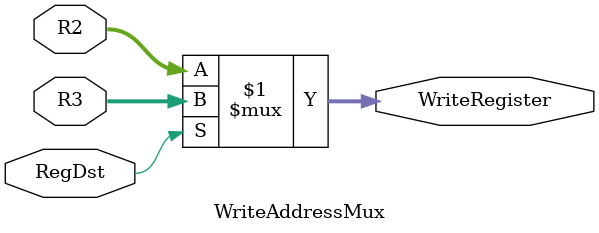
<source format=v>
`timescale 1ns / 1ps
module WriteAddressMux(
	input[4:0] R2,
	input[4:0] R3,
	input RegDst,
	output[4:0] WriteRegister
    );

	assign WriteRegister = RegDst ? R3 : R2;
endmodule

</source>
